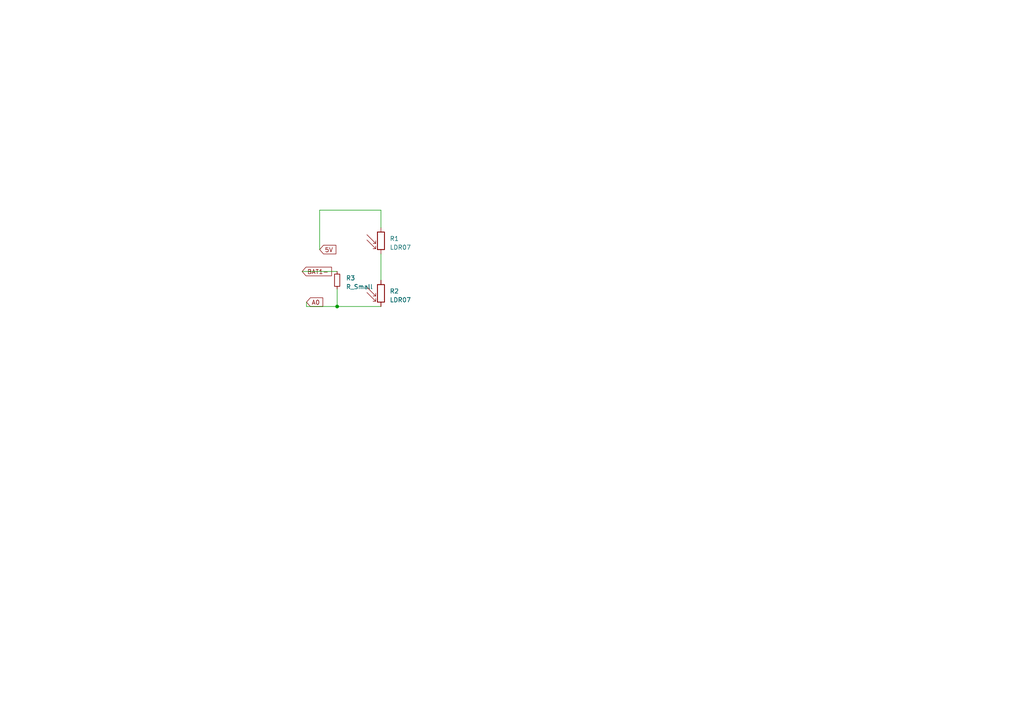
<source format=kicad_sch>
(kicad_sch (version 20230121) (generator eeschema)

  (uuid 48378021-4669-42d9-bbf4-ced1e293f400)

  (paper "A4")

  (lib_symbols
    (symbol "Device:R_Small" (pin_numbers hide) (pin_names (offset 0.254) hide) (in_bom yes) (on_board yes)
      (property "Reference" "R" (at 0.762 0.508 0)
        (effects (font (size 1.27 1.27)) (justify left))
      )
      (property "Value" "R_Small" (at 0.762 -1.016 0)
        (effects (font (size 1.27 1.27)) (justify left))
      )
      (property "Footprint" "" (at 0 0 0)
        (effects (font (size 1.27 1.27)) hide)
      )
      (property "Datasheet" "~" (at 0 0 0)
        (effects (font (size 1.27 1.27)) hide)
      )
      (property "ki_keywords" "R resistor" (at 0 0 0)
        (effects (font (size 1.27 1.27)) hide)
      )
      (property "ki_description" "Resistor, small symbol" (at 0 0 0)
        (effects (font (size 1.27 1.27)) hide)
      )
      (property "ki_fp_filters" "R_*" (at 0 0 0)
        (effects (font (size 1.27 1.27)) hide)
      )
      (symbol "R_Small_0_1"
        (rectangle (start -0.762 1.778) (end 0.762 -1.778)
          (stroke (width 0.2032) (type default))
          (fill (type none))
        )
      )
      (symbol "R_Small_1_1"
        (pin passive line (at 0 2.54 270) (length 0.762)
          (name "~" (effects (font (size 1.27 1.27))))
          (number "1" (effects (font (size 1.27 1.27))))
        )
        (pin passive line (at 0 -2.54 90) (length 0.762)
          (name "~" (effects (font (size 1.27 1.27))))
          (number "2" (effects (font (size 1.27 1.27))))
        )
      )
    )
    (symbol "Sensor_Optical:LDR07" (pin_numbers hide) (pin_names (offset 0)) (in_bom yes) (on_board yes)
      (property "Reference" "R" (at -5.08 0 90)
        (effects (font (size 1.27 1.27)))
      )
      (property "Value" "LDR07" (at 1.905 0 90)
        (effects (font (size 1.27 1.27)) (justify top))
      )
      (property "Footprint" "OptoDevice:R_LDR_5.1x4.3mm_P3.4mm_Vertical" (at 4.445 0 90)
        (effects (font (size 1.27 1.27)) hide)
      )
      (property "Datasheet" "http://www.tme.eu/de/Document/f2e3ad76a925811312d226c31da4cd7e/LDR07.pdf" (at 0 -1.27 0)
        (effects (font (size 1.27 1.27)) hide)
      )
      (property "ki_keywords" "light dependent photo resistor LDR" (at 0 0 0)
        (effects (font (size 1.27 1.27)) hide)
      )
      (property "ki_description" "light dependent resistor" (at 0 0 0)
        (effects (font (size 1.27 1.27)) hide)
      )
      (property "ki_fp_filters" "R*LDR*5.1x4.3mm*P3.4mm*" (at 0 0 0)
        (effects (font (size 1.27 1.27)) hide)
      )
      (symbol "LDR07_0_1"
        (rectangle (start -1.016 2.54) (end 1.016 -2.54)
          (stroke (width 0.254) (type default))
          (fill (type none))
        )
        (polyline
          (pts
            (xy -1.524 -2.286)
            (xy -4.064 0.254)
          )
          (stroke (width 0) (type default))
          (fill (type none))
        )
        (polyline
          (pts
            (xy -1.524 -2.286)
            (xy -2.286 -2.286)
          )
          (stroke (width 0) (type default))
          (fill (type none))
        )
        (polyline
          (pts
            (xy -1.524 -2.286)
            (xy -1.524 -1.524)
          )
          (stroke (width 0) (type default))
          (fill (type none))
        )
        (polyline
          (pts
            (xy -1.524 -0.762)
            (xy -4.064 1.778)
          )
          (stroke (width 0) (type default))
          (fill (type none))
        )
        (polyline
          (pts
            (xy -1.524 -0.762)
            (xy -2.286 -0.762)
          )
          (stroke (width 0) (type default))
          (fill (type none))
        )
        (polyline
          (pts
            (xy -1.524 -0.762)
            (xy -1.524 0)
          )
          (stroke (width 0) (type default))
          (fill (type none))
        )
      )
      (symbol "LDR07_1_1"
        (pin passive line (at 0 3.81 270) (length 1.27)
          (name "~" (effects (font (size 1.27 1.27))))
          (number "1" (effects (font (size 1.27 1.27))))
        )
        (pin passive line (at 0 -3.81 90) (length 1.27)
          (name "~" (effects (font (size 1.27 1.27))))
          (number "2" (effects (font (size 1.27 1.27))))
        )
      )
    )
  )

  (junction (at 97.79 88.9) (diameter 0) (color 0 0 0 0)
    (uuid 856e3531-ebea-4254-bc48-25268120da7e)
  )

  (wire (pts (xy 92.71 60.96) (xy 92.71 72.39))
    (stroke (width 0) (type default))
    (uuid 0af41cdd-5bbf-49cd-8185-e95fecd627ff)
  )
  (wire (pts (xy 97.79 83.82) (xy 97.79 88.9))
    (stroke (width 0) (type default))
    (uuid 444276f5-2a3a-46fd-876c-ba11e239a2ad)
  )
  (wire (pts (xy 110.49 88.9) (xy 97.79 88.9))
    (stroke (width 0) (type default))
    (uuid 4eb71e27-0265-4430-bb44-11dc7924ec30)
  )
  (wire (pts (xy 110.49 73.66) (xy 110.49 81.28))
    (stroke (width 0) (type default))
    (uuid 5ee5cfbc-c0c3-4ebb-bc80-9724d2aa1867)
  )
  (wire (pts (xy 110.49 60.96) (xy 92.71 60.96))
    (stroke (width 0) (type default))
    (uuid 751109af-1005-47e2-9841-40d298907914)
  )
  (wire (pts (xy 87.63 78.74) (xy 97.79 78.74))
    (stroke (width 0) (type default))
    (uuid 756207bd-d072-4079-b740-05258ec11d9b)
  )
  (wire (pts (xy 88.9 87.63) (xy 88.9 88.9))
    (stroke (width 0) (type default))
    (uuid db938e2b-0d38-4427-ae90-332da21c6e0b)
  )
  (wire (pts (xy 110.49 60.96) (xy 110.49 66.04))
    (stroke (width 0) (type default))
    (uuid df50846b-0ad6-47db-a957-c5b65adcaabb)
  )
  (wire (pts (xy 97.79 88.9) (xy 88.9 88.9))
    (stroke (width 0) (type default))
    (uuid ef8d124b-b937-4ff7-8f77-25fdb8523ae4)
  )

  (global_label "5V" (shape input) (at 92.71 72.39 0) (fields_autoplaced)
    (effects (font (size 1.27 1.27)) (justify left))
    (uuid 187c81e2-35bc-44b3-a3c0-f0acd984aabd)
    (property "Intersheetrefs" "${INTERSHEET_REFS}" (at 97.9139 72.39 0)
      (effects (font (size 1.27 1.27)) (justify left) hide)
    )
  )
  (global_label "A0" (shape input) (at 88.9 87.63 0) (fields_autoplaced)
    (effects (font (size 1.27 1.27)) (justify left))
    (uuid 890b68e8-3467-4d8e-93c4-e3c4f9baa4f9)
    (property "Intersheetrefs" "${INTERSHEET_REFS}" (at 94.1039 87.63 0)
      (effects (font (size 1.27 1.27)) (justify left) hide)
    )
  )
  (global_label "BAT1-" (shape input) (at 87.63 78.74 0) (fields_autoplaced)
    (effects (font (size 1.27 1.27)) (justify left))
    (uuid d478578a-17b4-4ad9-a9e1-eb3f4157c840)
    (property "Intersheetrefs" "${INTERSHEET_REFS}" (at 96.6439 78.74 0)
      (effects (font (size 1.27 1.27)) (justify left) hide)
    )
  )

  (symbol (lib_id "Sensor_Optical:LDR07") (at 110.49 69.85 0) (unit 1)
    (in_bom yes) (on_board yes) (dnp no) (fields_autoplaced)
    (uuid 112c0733-8b2a-4b3e-b5a2-e1f37b628cca)
    (property "Reference" "R1" (at 113.03 69.215 0)
      (effects (font (size 1.27 1.27)) (justify left))
    )
    (property "Value" "LDR07" (at 113.03 71.755 0)
      (effects (font (size 1.27 1.27)) (justify left))
    )
    (property "Footprint" "OptoDevice:R_LDR_5.1x4.3mm_P3.4mm_Vertical" (at 114.935 69.85 90)
      (effects (font (size 1.27 1.27)) hide)
    )
    (property "Datasheet" "http://www.tme.eu/de/Document/f2e3ad76a925811312d226c31da4cd7e/LDR07.pdf" (at 110.49 71.12 0)
      (effects (font (size 1.27 1.27)) hide)
    )
    (pin "1" (uuid e581cbd7-aed5-4491-991a-1973e73df838))
    (pin "2" (uuid 83047e2d-e965-4cf5-8a1b-6973a7817a60))
    (instances
      (project "PCB"
        (path "/48378021-4669-42d9-bbf4-ced1e293f400"
          (reference "R1") (unit 1)
        )
      )
    )
  )

  (symbol (lib_id "Device:R_Small") (at 97.79 81.28 0) (unit 1)
    (in_bom yes) (on_board yes) (dnp no) (fields_autoplaced)
    (uuid c6f028c1-fad0-46e4-bc00-184e2d263061)
    (property "Reference" "R3" (at 100.33 80.645 0)
      (effects (font (size 1.27 1.27)) (justify left))
    )
    (property "Value" "R_Small" (at 100.33 83.185 0)
      (effects (font (size 1.27 1.27)) (justify left))
    )
    (property "Footprint" "" (at 97.79 81.28 0)
      (effects (font (size 1.27 1.27)) hide)
    )
    (property "Datasheet" "~" (at 97.79 81.28 0)
      (effects (font (size 1.27 1.27)) hide)
    )
    (pin "1" (uuid 2651a6c4-773a-4648-b282-bf2e343296be))
    (pin "2" (uuid 6766617e-04b1-409d-a0bb-5d5b79865afb))
    (instances
      (project "PCB"
        (path "/48378021-4669-42d9-bbf4-ced1e293f400"
          (reference "R3") (unit 1)
        )
      )
    )
  )

  (symbol (lib_id "Sensor_Optical:LDR07") (at 110.49 85.09 0) (unit 1)
    (in_bom yes) (on_board yes) (dnp no) (fields_autoplaced)
    (uuid e03a92e3-f2b9-4c2d-ae35-fc23e3736c98)
    (property "Reference" "R2" (at 113.03 84.455 0)
      (effects (font (size 1.27 1.27)) (justify left))
    )
    (property "Value" "LDR07" (at 113.03 86.995 0)
      (effects (font (size 1.27 1.27)) (justify left))
    )
    (property "Footprint" "OptoDevice:R_LDR_5.1x4.3mm_P3.4mm_Vertical" (at 114.935 85.09 90)
      (effects (font (size 1.27 1.27)) hide)
    )
    (property "Datasheet" "http://www.tme.eu/de/Document/f2e3ad76a925811312d226c31da4cd7e/LDR07.pdf" (at 110.49 86.36 0)
      (effects (font (size 1.27 1.27)) hide)
    )
    (pin "1" (uuid c4e381ff-2b32-4a76-8edc-a5bc79ae965c))
    (pin "2" (uuid c986285b-c4c3-44b9-a577-542ad1d6f67c))
    (instances
      (project "PCB"
        (path "/48378021-4669-42d9-bbf4-ced1e293f400"
          (reference "R2") (unit 1)
        )
      )
    )
  )

  (sheet_instances
    (path "/" (page "1"))
  )
)

</source>
